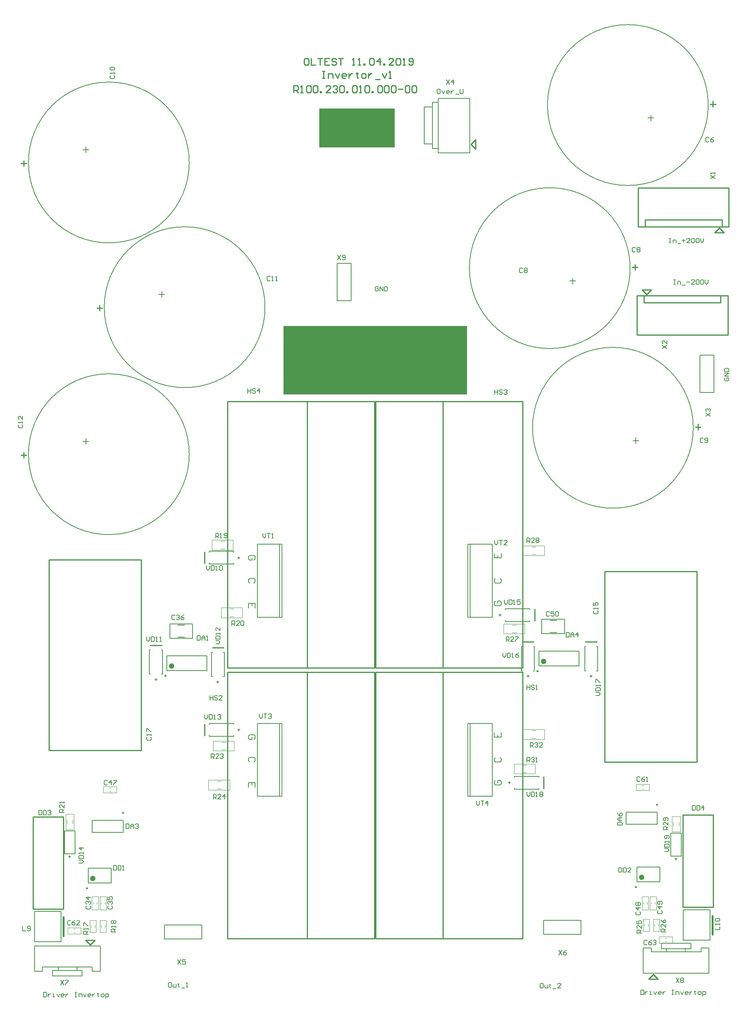
<source format=gto>
G04 Layer_Color=65535*
%FSLAX24Y24*%
%MOIN*%
G70*
G01*
G75*
%ADD58C,0.0236*%
%ADD59C,0.0098*%
%ADD60C,0.0050*%
%ADD61C,0.0080*%
%ADD62C,0.0100*%
%ADD63C,0.0079*%
%ADD64C,0.0079*%
%ADD65C,0.0060*%
%ADD66C,0.0157*%
%ADD67C,0.0039*%
%ADD68C,0.0059*%
%ADD69R,0.6496X0.3327*%
%ADD70R,1.5748X0.5906*%
D58*
X54055Y11378D02*
G03*
X54055Y11378I-118J0D01*
G01*
X7008Y11280D02*
G03*
X7008Y11280I-118J0D01*
G01*
X45650Y29882D02*
G03*
X45650Y29882I-118J0D01*
G01*
X13760Y29488D02*
G03*
X13760Y29488I-118J0D01*
G01*
D59*
X53492Y10541D02*
G03*
X53492Y10541I-49J0D01*
G01*
X6445Y10443D02*
G03*
X6445Y10443I-49J0D01*
G01*
X55305Y17598D02*
G03*
X55305Y17598I-49J0D01*
G01*
X9537Y16909D02*
G03*
X9537Y16909I-49J0D01*
G01*
X45065Y29045D02*
G03*
X45065Y29045I-49J0D01*
G01*
X13175Y28652D02*
G03*
X13175Y28652I-49J0D01*
G01*
X26576Y80458D02*
X26773D01*
X26674D01*
Y79868D01*
X26576D01*
X26773D01*
X27068D02*
Y80261D01*
X27363D01*
X27461Y80163D01*
Y79868D01*
X27658Y80261D02*
X27855Y79868D01*
X28052Y80261D01*
X28544Y79868D02*
X28347D01*
X28248Y79966D01*
Y80163D01*
X28347Y80261D01*
X28544D01*
X28642Y80163D01*
Y80065D01*
X28248D01*
X28839Y80261D02*
Y79868D01*
Y80065D01*
X28937Y80163D01*
X29036Y80261D01*
X29134D01*
X29528Y80360D02*
Y80261D01*
X29429D01*
X29626D01*
X29528D01*
Y79966D01*
X29626Y79868D01*
X30020D02*
X30216D01*
X30315Y79966D01*
Y80163D01*
X30216Y80261D01*
X30020D01*
X29921Y80163D01*
Y79966D01*
X30020Y79868D01*
X30511Y80261D02*
Y79868D01*
Y80065D01*
X30610Y80163D01*
X30708Y80261D01*
X30807D01*
X31102Y79769D02*
X31495D01*
X31692Y80261D02*
X31889Y79868D01*
X32086Y80261D01*
X32283Y79868D02*
X32479D01*
X32381D01*
Y80458D01*
X32283Y80360D01*
X24114Y78622D02*
Y79212D01*
X24409D01*
X24508Y79114D01*
Y78917D01*
X24409Y78819D01*
X24114D01*
X24311D02*
X24508Y78622D01*
X24705D02*
X24901D01*
X24803D01*
Y79212D01*
X24705Y79114D01*
X25196D02*
X25295Y79212D01*
X25492D01*
X25590Y79114D01*
Y78721D01*
X25492Y78622D01*
X25295D01*
X25196Y78721D01*
Y79114D01*
X25787D02*
X25885Y79212D01*
X26082D01*
X26180Y79114D01*
Y78721D01*
X26082Y78622D01*
X25885D01*
X25787Y78721D01*
Y79114D01*
X26377Y78622D02*
Y78721D01*
X26476D01*
Y78622D01*
X26377D01*
X27263D02*
X26869D01*
X27263Y79016D01*
Y79114D01*
X27164Y79212D01*
X26968D01*
X26869Y79114D01*
X27460D02*
X27558Y79212D01*
X27755D01*
X27853Y79114D01*
Y79016D01*
X27755Y78917D01*
X27656D01*
X27755D01*
X27853Y78819D01*
Y78721D01*
X27755Y78622D01*
X27558D01*
X27460Y78721D01*
X28050Y79114D02*
X28148Y79212D01*
X28345D01*
X28443Y79114D01*
Y78721D01*
X28345Y78622D01*
X28148D01*
X28050Y78721D01*
Y79114D01*
X28640Y78622D02*
Y78721D01*
X28739D01*
Y78622D01*
X28640D01*
X29132Y79114D02*
X29231Y79212D01*
X29427D01*
X29526Y79114D01*
Y78721D01*
X29427Y78622D01*
X29231D01*
X29132Y78721D01*
Y79114D01*
X29723Y78622D02*
X29919D01*
X29821D01*
Y79212D01*
X29723Y79114D01*
X30215D02*
X30313Y79212D01*
X30510D01*
X30608Y79114D01*
Y78721D01*
X30510Y78622D01*
X30313D01*
X30215Y78721D01*
Y79114D01*
X30805Y78622D02*
Y78721D01*
X30903D01*
Y78622D01*
X30805D01*
X31297Y79114D02*
X31395Y79212D01*
X31592D01*
X31690Y79114D01*
Y78721D01*
X31592Y78622D01*
X31395D01*
X31297Y78721D01*
Y79114D01*
X31887D02*
X31986Y79212D01*
X32182D01*
X32281Y79114D01*
Y78721D01*
X32182Y78622D01*
X31986D01*
X31887Y78721D01*
Y79114D01*
X32478D02*
X32576Y79212D01*
X32773D01*
X32871Y79114D01*
Y78721D01*
X32773Y78622D01*
X32576D01*
X32478Y78721D01*
Y79114D01*
X33068Y78917D02*
X33462D01*
X33658Y79114D02*
X33757Y79212D01*
X33954D01*
X34052Y79114D01*
Y78721D01*
X33954Y78622D01*
X33757D01*
X33658Y78721D01*
Y79114D01*
X34249D02*
X34347Y79212D01*
X34544D01*
X34642Y79114D01*
Y78721D01*
X34544Y78622D01*
X34347D01*
X34249Y78721D01*
Y79114D01*
X25297Y81574D02*
X25100D01*
X25002Y81476D01*
Y81083D01*
X25100Y80984D01*
X25297D01*
X25395Y81083D01*
Y81476D01*
X25297Y81574D01*
X25592D02*
Y80984D01*
X25985D01*
X26182Y81574D02*
X26576D01*
X26379D01*
Y80984D01*
X27166Y81574D02*
X26773D01*
Y80984D01*
X27166D01*
X26773Y81279D02*
X26969D01*
X27757Y81476D02*
X27658Y81574D01*
X27461D01*
X27363Y81476D01*
Y81378D01*
X27461Y81279D01*
X27658D01*
X27757Y81181D01*
Y81083D01*
X27658Y80984D01*
X27461D01*
X27363Y81083D01*
X27953Y81574D02*
X28347D01*
X28150D01*
Y80984D01*
X29134D02*
X29331D01*
X29232D01*
Y81574D01*
X29134Y81476D01*
X29626Y80984D02*
X29823D01*
X29724D01*
Y81574D01*
X29626Y81476D01*
X30118Y80984D02*
Y81083D01*
X30216D01*
Y80984D01*
X30118D01*
X30610Y81476D02*
X30708Y81574D01*
X30905D01*
X31004Y81476D01*
Y81083D01*
X30905Y80984D01*
X30708D01*
X30610Y81083D01*
Y81476D01*
X31495Y80984D02*
Y81574D01*
X31200Y81279D01*
X31594D01*
X31791Y80984D02*
Y81083D01*
X31889D01*
Y80984D01*
X31791D01*
X32676D02*
X32283D01*
X32676Y81378D01*
Y81476D01*
X32578Y81574D01*
X32381D01*
X32283Y81476D01*
X32873D02*
X32971Y81574D01*
X33168D01*
X33267Y81476D01*
Y81083D01*
X33168Y80984D01*
X32971D01*
X32873Y81083D01*
Y81476D01*
X33463Y80984D02*
X33660D01*
X33562D01*
Y81574D01*
X33463Y81476D01*
X33955Y81083D02*
X34054Y80984D01*
X34250D01*
X34349Y81083D01*
Y81476D01*
X34250Y81574D01*
X34054D01*
X33955Y81476D01*
Y81378D01*
X34054Y81279D01*
X34349D01*
D60*
X21654Y60236D02*
G03*
X21654Y60236I-6890J0D01*
G01*
X59646Y77559D02*
G03*
X59646Y77559I-6890J0D01*
G01*
X52953Y63583D02*
G03*
X52953Y63583I-6890J0D01*
G01*
X58366Y49902D02*
G03*
X58366Y49902I-6890J0D01*
G01*
X15157Y72638D02*
G03*
X15157Y72638I-6890J0D01*
G01*
Y47638D02*
G03*
X15157Y47638I-6890J0D01*
G01*
X36003Y74228D02*
Y77378D01*
X35303D02*
X36003D01*
X35303Y74228D02*
Y77378D01*
Y74228D02*
X36003D01*
X56447Y13189D02*
Y15157D01*
X57333D01*
Y13189D02*
Y15157D01*
X56447Y13189D02*
X57333D01*
X4478Y13386D02*
Y15354D01*
X5364D01*
Y13386D02*
Y15354D01*
X4478Y13386D02*
X5364D01*
X3448Y2933D02*
Y3406D01*
Y2933D02*
X5968D01*
Y3406D01*
X3448D02*
X5968D01*
X3931D02*
Y3681D01*
Y3406D02*
X5545D01*
Y3681D01*
X3931D02*
X5545D01*
X58166Y5256D02*
Y5728D01*
X55646D02*
X58166D01*
X55646Y5256D02*
Y5728D01*
Y5256D02*
X58166D01*
X57683Y4980D02*
Y5256D01*
X56069D02*
X57683D01*
X56069Y4980D02*
Y5256D01*
Y4980D02*
X57683D01*
X45384Y33494D02*
X47333D01*
Y32264D02*
Y33494D01*
X45384Y32264D02*
X47333D01*
X45384D02*
Y33494D01*
X13494Y33100D02*
X15443D01*
Y31870D02*
Y33100D01*
X13494Y31870D02*
X15443D01*
X13494D02*
Y33100D01*
X12545Y61340D02*
X13045D01*
X12795Y61090D02*
Y61590D01*
X54474Y76456D02*
X54974D01*
X54724Y76206D02*
Y76706D01*
X47782Y62479D02*
X48281D01*
X48032Y62229D02*
Y62729D01*
X53195Y48798D02*
X53695D01*
X53445Y48548D02*
Y49048D01*
X6049Y73741D02*
X6549D01*
X6299Y73491D02*
Y73991D01*
X6049Y48741D02*
X6549D01*
X6299Y48491D02*
Y48991D01*
D61*
X36503Y73461D02*
X39203D01*
X36503D02*
Y78128D01*
X39203D01*
Y73461D02*
Y78128D01*
X36496Y73815D02*
Y77778D01*
X36003D02*
X36496D01*
X36003Y73815D02*
Y77778D01*
Y73815D02*
X36496D01*
X58947Y52943D02*
Y56143D01*
Y52943D02*
X60147D01*
Y56143D01*
X58947D02*
X60147D01*
X13050Y7293D02*
X16250D01*
X13050Y6093D02*
Y7293D01*
Y6093D02*
X16250D01*
Y7293D01*
X29045Y60786D02*
Y63986D01*
X27845D02*
X29045D01*
X27845Y60786D02*
Y63986D01*
Y60786D02*
X29045D01*
X45530Y7687D02*
X48730D01*
X45530Y6487D02*
Y7687D01*
Y6487D02*
X48730D01*
Y7687D01*
D62*
X39311Y74199D02*
X39705Y73805D01*
Y74593D01*
X39311Y74199D02*
X39705Y74593D01*
X60071Y16143D02*
Y16743D01*
X57471D02*
X60071D01*
X57471Y8843D02*
Y16743D01*
Y8843D02*
X60071D01*
Y16143D01*
X4362Y15953D02*
Y16553D01*
X1762D02*
X4362D01*
X1762Y8653D02*
Y16553D01*
Y8653D02*
X4362D01*
Y15953D01*
X60600Y67028D02*
X60994Y66634D01*
X60207D02*
X60994D01*
X60207D02*
X60600Y67028D01*
X54252Y67126D02*
Y67717D01*
X60827D01*
Y67126D02*
Y67717D01*
X53632Y67126D02*
X61417D01*
X53632D02*
Y70472D01*
X61417D01*
Y67126D02*
Y70472D01*
X53967Y61713D02*
X54360Y61319D01*
X53967Y61713D02*
X54754D01*
X54360Y61319D02*
X54754Y61713D01*
X60709Y60630D02*
Y61220D01*
X54134Y60630D02*
X60709D01*
X54134D02*
Y61220D01*
X53543D02*
X61329D01*
Y57874D02*
Y61220D01*
X53543Y57874D02*
X61329D01*
X53543D02*
Y61220D01*
X45541Y18996D02*
Y19980D01*
X49114Y31565D02*
X50098D01*
X43701Y31565D02*
X44685D01*
X44754Y33366D02*
Y34350D01*
X16467Y23524D02*
Y24508D01*
X17126Y31073D02*
X18110D01*
X11811Y31270D02*
X12795D01*
X16467Y38287D02*
Y39272D01*
X6673Y5600D02*
X7067Y5994D01*
X6279D02*
X7067D01*
X6279D02*
X6673Y5600D01*
X54547Y2667D02*
X54941Y3061D01*
X54547Y2667D02*
X55335D01*
X54941Y3061D02*
X55335Y2667D01*
X7470Y59911D02*
Y60404D01*
X7224Y60167D02*
X7717D01*
X60049Y77392D02*
Y77884D01*
X59803Y77628D02*
X60295D01*
X53356Y63415D02*
Y63907D01*
X53110Y63652D02*
X53602D01*
X58770Y49734D02*
Y50226D01*
X58524Y49970D02*
X59016D01*
X974Y72313D02*
Y72805D01*
X728Y72569D02*
X1220D01*
X974Y47313D02*
Y47805D01*
X728Y47569D02*
X1220D01*
X31142Y6132D02*
X36900D01*
X31142D02*
Y28967D01*
X36900D01*
Y6132D02*
Y28967D01*
X43740D01*
X36909Y6132D02*
X43740D01*
Y28967D01*
X25266Y28957D02*
X31024D01*
Y6122D02*
Y28957D01*
X25266Y6122D02*
X31024D01*
X25266D02*
Y28957D01*
X18425Y6122D02*
X25266D01*
X18425Y28957D02*
X25256D01*
X18425Y6122D02*
Y28957D01*
X31142Y29331D02*
X36900D01*
X31142D02*
Y52165D01*
X36900D01*
Y29331D02*
Y52165D01*
X43740D01*
X36909Y29331D02*
X43740D01*
Y52165D01*
X25266Y52155D02*
X31024D01*
Y29321D02*
Y52155D01*
X25266Y29321D02*
X31024D01*
X25266D02*
Y52155D01*
X18425Y29321D02*
X25266D01*
X18425Y52155D02*
X25256D01*
X18425Y29321D02*
Y52155D01*
X50787Y21260D02*
X58661D01*
X50787D02*
Y37598D01*
X54527D01*
X58661D01*
Y21260D02*
Y37598D01*
X3150Y22244D02*
X11024D01*
X3150D02*
Y38583D01*
X6889D01*
X11024D01*
Y22244D02*
Y38583D01*
D63*
X55512Y10984D02*
Y12244D01*
X53543Y10984D02*
Y12244D01*
X55512D01*
X53543Y10984D02*
X55512D01*
X8465Y10886D02*
Y12146D01*
X6496Y10886D02*
Y12146D01*
X8465D01*
X6496Y10886D02*
X8465D01*
X43051Y20039D02*
X45138D01*
X43051Y18937D02*
X45138D01*
X43051Y19951D02*
Y20039D01*
X45138Y19951D02*
Y20039D01*
X43051Y18937D02*
Y19026D01*
X45138Y18937D02*
Y19026D01*
X49055Y29075D02*
Y31161D01*
X50157Y29075D02*
Y31161D01*
X49055Y29075D02*
X49144D01*
X49055Y31161D02*
X49144D01*
X50069Y29075D02*
X50157D01*
X50069Y31161D02*
X50157D01*
X43642Y29075D02*
Y31161D01*
X44744Y29075D02*
Y31161D01*
X43642Y29075D02*
X43730D01*
X43642Y31161D02*
X43730D01*
X44656Y29075D02*
X44744D01*
X44656Y31161D02*
X44744D01*
X42264Y34409D02*
X44350D01*
X42264Y33307D02*
X44350D01*
X42264Y34321D02*
Y34409D01*
X44350Y34321D02*
Y34409D01*
X42264Y33307D02*
Y33396D01*
X44350Y33307D02*
Y33396D01*
X16870Y23465D02*
X18957D01*
X16870Y24567D02*
X18957D01*
Y23465D02*
Y23553D01*
X16870Y23465D02*
Y23553D01*
X18957Y24478D02*
Y24567D01*
X16870Y24478D02*
Y24567D01*
X17067Y28583D02*
Y30669D01*
X18169Y28583D02*
Y30669D01*
X17067Y28583D02*
X17156D01*
X17067Y30669D02*
X17156D01*
X18081Y28583D02*
X18169D01*
X18081Y30669D02*
X18169D01*
X11752Y28780D02*
Y30866D01*
X12854Y28780D02*
Y30866D01*
X11752Y28780D02*
X11841D01*
X11752Y30866D02*
X11841D01*
X12766Y28780D02*
X12854D01*
X12766Y30866D02*
X12854D01*
X16870Y38228D02*
X18957D01*
X16870Y39331D02*
X18957D01*
Y38228D02*
Y38317D01*
X16870Y38228D02*
Y38317D01*
X18957Y39242D02*
Y39331D01*
X16870Y39242D02*
Y39331D01*
X52618Y15925D02*
Y16949D01*
X55256Y15925D02*
Y16949D01*
X52618Y15925D02*
X55256D01*
X52618Y16949D02*
X55256D01*
X6850Y15236D02*
Y16260D01*
X9488Y15236D02*
Y16260D01*
X6850Y15236D02*
X9488D01*
X6850Y16260D02*
X9488D01*
X46063Y32362D02*
X46654D01*
X46063Y33386D02*
X46654D01*
X14173Y31969D02*
X14764D01*
X14173Y32992D02*
X14764D01*
X39232Y33671D02*
Y39931D01*
X39035Y33671D02*
Y39931D01*
X41122Y33671D02*
Y39931D01*
X39035Y33671D02*
X41122D01*
X39035Y39931D02*
X41122D01*
X22894Y33671D02*
Y39931D01*
X23091Y33671D02*
Y39931D01*
X21004Y33671D02*
Y39931D01*
X23091D01*
X21004Y33671D02*
X23091D01*
X22894Y18317D02*
Y24577D01*
X23091Y18317D02*
Y24577D01*
X21004Y18317D02*
Y24577D01*
X23091D01*
X21004Y18317D02*
X23091D01*
X39232D02*
Y24577D01*
X39035Y18317D02*
Y24577D01*
X41122Y18317D02*
Y24577D01*
X39035Y18317D02*
X41122D01*
X39035Y24577D02*
X41122D01*
X45138Y29488D02*
X48563D01*
X45138Y30748D02*
X48563D01*
X45138Y29488D02*
Y30748D01*
X48563Y29488D02*
Y30748D01*
X13248Y29094D02*
X16673D01*
X13248Y30354D02*
X16673D01*
X13248Y29094D02*
Y30354D01*
X16673Y29094D02*
Y30354D01*
D64*
X1913Y5492D02*
X7539D01*
Y3327D02*
Y5492D01*
X6831Y3327D02*
X7539D01*
X6831D02*
Y3681D01*
X3406D02*
X6831D01*
X2573Y3681D02*
X3406Y3681D01*
X2573Y3327D02*
Y3681D01*
X1913Y3327D02*
X2573D01*
X1913D02*
Y5492D01*
X54075Y3169D02*
X59701D01*
X54075D02*
Y5335D01*
X54784D01*
Y4980D02*
Y5335D01*
Y4980D02*
X58209D01*
X59041Y4981D01*
Y5335D01*
X59701D01*
Y3169D02*
Y5335D01*
D65*
X57520Y5994D02*
X59793D01*
Y8583D01*
X57520Y5994D02*
Y8583D01*
X59793D01*
X1890Y5867D02*
X4163D01*
Y8456D01*
X1890Y5867D02*
Y8456D01*
X4163D01*
X56868Y12864D02*
Y13064D01*
X56768Y12964D02*
X56968D01*
X4899Y13061D02*
Y13261D01*
X4799Y13161D02*
X4999D01*
X42500Y19490D02*
X42700D01*
X42600Y19590D02*
Y19391D01*
X49604Y28524D02*
Y28724D01*
X49504Y28624D02*
X49704D01*
X44191Y28524D02*
Y28724D01*
X44091Y28624D02*
X44291D01*
X41713Y33861D02*
X41913D01*
X41813Y33961D02*
Y33761D01*
X19508Y24013D02*
X19308D01*
X19408Y23913D02*
Y24113D01*
X17616Y28031D02*
Y28231D01*
X17516Y28131D02*
X17716D01*
X12301Y28228D02*
Y28428D01*
X12201Y28328D02*
X12401D01*
X19508Y38777D02*
X19308D01*
X19408Y38677D02*
Y38877D01*
D66*
X60000Y6496D02*
Y8071D01*
X4370Y6369D02*
Y7944D01*
D67*
X55945Y5846D02*
X56063D01*
X55945Y6161D02*
X56063D01*
X56575Y5728D02*
Y6280D01*
X55433D02*
X56575D01*
X55433Y5728D02*
Y6280D01*
Y5728D02*
X56575D01*
X5256Y6949D02*
X5374D01*
X5256Y6634D02*
X5374D01*
X4744Y6516D02*
Y7067D01*
Y6516D02*
X5886D01*
Y7067D01*
X4744D02*
X5886D01*
X53976Y18937D02*
X54094D01*
X53976Y19252D02*
X54094D01*
X54606Y18819D02*
Y19370D01*
X53465D02*
X54606D01*
X53465Y18819D02*
Y19370D01*
Y18819D02*
X54606D01*
X55080Y9094D02*
Y9213D01*
X54765Y9094D02*
Y9213D01*
X54647Y9724D02*
X55199D01*
X54647Y8583D02*
Y9724D01*
Y8583D02*
X55199D01*
Y9724D01*
X54390Y9094D02*
Y9213D01*
X54075Y9094D02*
Y9213D01*
X53957Y9724D02*
X54508D01*
X53957Y8583D02*
Y9724D01*
Y8583D02*
X54508D01*
Y9724D01*
X8307Y18740D02*
X8425D01*
X8307Y19055D02*
X8425D01*
X8937Y18622D02*
Y19173D01*
X7795D02*
X8937D01*
X7795Y18622D02*
Y19173D01*
Y18622D02*
X8937D01*
X7933Y9094D02*
Y9213D01*
X7618Y9094D02*
Y9213D01*
X7500Y9724D02*
X8051D01*
X7500Y8583D02*
Y9724D01*
Y8583D02*
X8051D01*
Y9724D01*
X7244Y9094D02*
Y9213D01*
X6929Y9094D02*
Y9213D01*
X6811Y9724D02*
X7362D01*
X6811Y8583D02*
Y9724D01*
Y8583D02*
X7362D01*
Y9724D01*
X54951Y6762D02*
Y7805D01*
X55482D01*
Y6762D02*
Y7805D01*
X54951Y6762D02*
X55482D01*
X55049Y7244D02*
Y7323D01*
X55384Y7205D02*
Y7362D01*
X55049Y7205D02*
Y7244D01*
Y7323D02*
Y7362D01*
X54065Y6762D02*
Y7805D01*
X54596D01*
Y6762D02*
Y7805D01*
X54065Y6762D02*
X54596D01*
X54163Y7244D02*
Y7323D01*
X54498Y7205D02*
Y7362D01*
X54163Y7205D02*
Y7244D01*
Y7323D02*
Y7362D01*
X7510Y6663D02*
Y7707D01*
X8041D01*
Y6663D02*
Y7707D01*
X7510Y6663D02*
X8041D01*
X7608Y7146D02*
Y7224D01*
X7943Y7106D02*
Y7264D01*
X7608Y7106D02*
Y7146D01*
Y7224D02*
Y7264D01*
X6624Y6663D02*
Y7707D01*
X7156D01*
Y6663D02*
Y7707D01*
X6624Y6663D02*
X7156D01*
X6722Y7146D02*
Y7224D01*
X7057Y7106D02*
Y7264D01*
X6722Y7106D02*
Y7146D01*
Y7224D02*
Y7264D01*
X4665Y15984D02*
Y16299D01*
X5177Y15984D02*
Y16299D01*
X4557Y16801D02*
X5285D01*
X4557Y15482D02*
Y16801D01*
Y15482D02*
X5285D01*
Y16801D01*
X56634Y15787D02*
Y16102D01*
X57146Y15787D02*
Y16102D01*
X56526Y16604D02*
X57254D01*
X56526Y15285D02*
Y16604D01*
Y15285D02*
X57254D01*
Y16604D01*
X43780Y23199D02*
X45591D01*
X43780D02*
Y24045D01*
X45591D01*
Y23199D02*
Y24045D01*
X44508Y23947D02*
X44862D01*
X44508Y23297D02*
X44862D01*
X42992Y20246D02*
X44803D01*
X42992D02*
Y21093D01*
X44803D01*
Y20246D02*
Y21093D01*
X43720Y20994D02*
X44075D01*
X43720Y20344D02*
X44075D01*
X43780Y38947D02*
X45591D01*
X43780D02*
Y39793D01*
X45591D01*
Y38947D02*
Y39793D01*
X44508Y39695D02*
X44862D01*
X44508Y39045D02*
X44862D01*
X42106Y32254D02*
X43917D01*
X42106D02*
Y33100D01*
X43917D01*
Y32254D02*
Y33100D01*
X42835Y33002D02*
X43189D01*
X42835Y32352D02*
X43189D01*
X16811Y19715D02*
X18622D01*
Y18868D02*
Y19715D01*
X16811Y18868D02*
X18622D01*
X16811D02*
Y19715D01*
X17539Y18967D02*
X17894D01*
X17539Y19616D02*
X17894D01*
X17205Y23061D02*
X19016D01*
Y22215D02*
Y23061D01*
X17205Y22215D02*
X19016D01*
X17205D02*
Y23061D01*
X17933Y22313D02*
X18287D01*
X17933Y22963D02*
X18287D01*
X17894Y34478D02*
X19705D01*
Y33632D02*
Y34478D01*
X17894Y33632D02*
X19705D01*
X17894D02*
Y34478D01*
X18622Y33730D02*
X18976D01*
X18622Y34380D02*
X18976D01*
X17106Y40285D02*
X18917D01*
Y39439D02*
Y40285D01*
X17106Y39439D02*
X18917D01*
X17106D02*
Y40285D01*
X17835Y39537D02*
X18189D01*
X17835Y40187D02*
X18189D01*
D68*
X45431Y2287D02*
X45300D01*
X45235Y2221D01*
Y1959D01*
X45300Y1893D01*
X45431D01*
X45497Y1959D01*
Y2221D01*
X45431Y2287D01*
X45628Y2156D02*
Y1959D01*
X45694Y1893D01*
X45891D01*
Y2156D01*
X46087Y2221D02*
Y2156D01*
X46022D01*
X46153D01*
X46087D01*
Y1959D01*
X46153Y1893D01*
X46350Y1828D02*
X46612D01*
X47006Y1893D02*
X46743D01*
X47006Y2156D01*
Y2221D01*
X46940Y2287D01*
X46809D01*
X46743Y2221D01*
X31365Y61942D02*
X31299Y62008D01*
X31168D01*
X31102Y61942D01*
Y61680D01*
X31168Y61614D01*
X31299D01*
X31365Y61680D01*
Y61811D01*
X31234D01*
X31496Y61614D02*
Y62008D01*
X31758Y61614D01*
Y62008D01*
X31890D02*
Y61614D01*
X32086D01*
X32152Y61680D01*
Y61942D01*
X32086Y62008D01*
X31890D01*
X36614Y78937D02*
X36483D01*
X36417Y78871D01*
Y78609D01*
X36483Y78543D01*
X36614D01*
X36680Y78609D01*
Y78871D01*
X36614Y78937D01*
X36811Y78806D02*
X36942Y78543D01*
X37073Y78806D01*
X37401Y78543D02*
X37270D01*
X37204Y78609D01*
Y78740D01*
X37270Y78806D01*
X37401D01*
X37467Y78740D01*
Y78675D01*
X37204D01*
X37598Y78806D02*
Y78543D01*
Y78675D01*
X37664Y78740D01*
X37729Y78806D01*
X37795D01*
X37992Y78478D02*
X38254D01*
X38385Y78937D02*
Y78609D01*
X38451Y78543D01*
X38582D01*
X38648Y78609D01*
Y78937D01*
X37205Y79724D02*
X37467Y79331D01*
Y79724D02*
X37205Y79331D01*
X37795D02*
Y79724D01*
X37598Y79528D01*
X37861D01*
X56693Y62598D02*
X56824D01*
X56759D01*
Y62205D01*
X56693D01*
X56824D01*
X57021D02*
Y62467D01*
X57218D01*
X57283Y62402D01*
Y62205D01*
X57414Y62139D02*
X57677D01*
X57808Y62402D02*
X58070D01*
X58464Y62205D02*
X58202D01*
X58464Y62467D01*
Y62533D01*
X58398Y62598D01*
X58267D01*
X58202Y62533D01*
X58595D02*
X58661Y62598D01*
X58792D01*
X58858Y62533D01*
Y62270D01*
X58792Y62205D01*
X58661D01*
X58595Y62270D01*
Y62533D01*
X58989D02*
X59054Y62598D01*
X59186D01*
X59251Y62533D01*
Y62270D01*
X59186Y62205D01*
X59054D01*
X58989Y62270D01*
Y62533D01*
X59382Y62598D02*
Y62336D01*
X59514Y62205D01*
X59645Y62336D01*
Y62598D01*
X56299Y66142D02*
X56430D01*
X56365D01*
Y65748D01*
X56299D01*
X56430D01*
X56627D02*
Y66010D01*
X56824D01*
X56890Y65945D01*
Y65748D01*
X57021Y65682D02*
X57283D01*
X57414Y65945D02*
X57677D01*
X57546Y66076D02*
Y65814D01*
X58070Y65748D02*
X57808D01*
X58070Y66010D01*
Y66076D01*
X58005Y66142D01*
X57874D01*
X57808Y66076D01*
X58201D02*
X58267Y66142D01*
X58398D01*
X58464Y66076D01*
Y65814D01*
X58398Y65748D01*
X58267D01*
X58201Y65814D01*
Y66076D01*
X58595D02*
X58661Y66142D01*
X58792D01*
X58857Y66076D01*
Y65814D01*
X58792Y65748D01*
X58661D01*
X58595Y65814D01*
Y66076D01*
X58989Y66142D02*
Y65879D01*
X59120Y65748D01*
X59251Y65879D01*
Y66142D01*
X61089Y54199D02*
X61024Y54134D01*
Y54003D01*
X61089Y53937D01*
X61352D01*
X61417Y54003D01*
Y54134D01*
X61352Y54199D01*
X61221D01*
Y54068D01*
X61417Y54331D02*
X61024D01*
X61417Y54593D01*
X61024D01*
Y54724D02*
X61417D01*
Y54921D01*
X61352Y54987D01*
X61089D01*
X61024Y54921D01*
Y54724D01*
X53858Y1732D02*
Y1339D01*
X54055D01*
X54121Y1404D01*
Y1667D01*
X54055Y1732D01*
X53858D01*
X54252Y1601D02*
Y1339D01*
Y1470D01*
X54317Y1535D01*
X54383Y1601D01*
X54449D01*
X54645Y1339D02*
X54777D01*
X54711D01*
Y1601D01*
X54645D01*
X54973D02*
X55105Y1339D01*
X55236Y1601D01*
X55564Y1339D02*
X55433D01*
X55367Y1404D01*
Y1535D01*
X55433Y1601D01*
X55564D01*
X55629Y1535D01*
Y1470D01*
X55367D01*
X55761Y1601D02*
Y1339D01*
Y1470D01*
X55826Y1535D01*
X55892Y1601D01*
X55957D01*
X56548Y1732D02*
X56679D01*
X56613D01*
Y1339D01*
X56548D01*
X56679D01*
X56876D02*
Y1601D01*
X57072D01*
X57138Y1535D01*
Y1339D01*
X57269Y1601D02*
X57400Y1339D01*
X57532Y1601D01*
X57860Y1339D02*
X57728D01*
X57663Y1404D01*
Y1535D01*
X57728Y1601D01*
X57860D01*
X57925Y1535D01*
Y1470D01*
X57663D01*
X58056Y1601D02*
Y1339D01*
Y1470D01*
X58122Y1535D01*
X58188Y1601D01*
X58253D01*
X58516Y1667D02*
Y1601D01*
X58450D01*
X58581D01*
X58516D01*
Y1404D01*
X58581Y1339D01*
X58844D02*
X58975D01*
X59040Y1404D01*
Y1535D01*
X58975Y1601D01*
X58844D01*
X58778Y1535D01*
Y1404D01*
X58844Y1339D01*
X59172Y1207D02*
Y1601D01*
X59368D01*
X59434Y1535D01*
Y1404D01*
X59368Y1339D01*
X59172D01*
X2677Y1535D02*
Y1142D01*
X2874D01*
X2940Y1207D01*
Y1470D01*
X2874Y1535D01*
X2677D01*
X3071Y1404D02*
Y1142D01*
Y1273D01*
X3136Y1339D01*
X3202Y1404D01*
X3268D01*
X3464Y1142D02*
X3595D01*
X3530D01*
Y1404D01*
X3464D01*
X3792D02*
X3923Y1142D01*
X4055Y1404D01*
X4383Y1142D02*
X4251D01*
X4186Y1207D01*
Y1339D01*
X4251Y1404D01*
X4383D01*
X4448Y1339D01*
Y1273D01*
X4186D01*
X4579Y1404D02*
Y1142D01*
Y1273D01*
X4645Y1339D01*
X4711Y1404D01*
X4776D01*
X5367Y1535D02*
X5498D01*
X5432D01*
Y1142D01*
X5367D01*
X5498D01*
X5695D02*
Y1404D01*
X5891D01*
X5957Y1339D01*
Y1142D01*
X6088Y1404D02*
X6219Y1142D01*
X6351Y1404D01*
X6679Y1142D02*
X6547D01*
X6482Y1207D01*
Y1339D01*
X6547Y1404D01*
X6679D01*
X6744Y1339D01*
Y1273D01*
X6482D01*
X6875Y1404D02*
Y1142D01*
Y1273D01*
X6941Y1339D01*
X7006Y1404D01*
X7072D01*
X7334Y1470D02*
Y1404D01*
X7269D01*
X7400D01*
X7334D01*
Y1207D01*
X7400Y1142D01*
X7662D02*
X7794D01*
X7859Y1207D01*
Y1339D01*
X7794Y1404D01*
X7662D01*
X7597Y1339D01*
Y1207D01*
X7662Y1142D01*
X7990Y1011D02*
Y1404D01*
X8187D01*
X8253Y1339D01*
Y1207D01*
X8187Y1142D01*
X7990D01*
X46850Y5118D02*
X47113Y4724D01*
Y5118D02*
X46850Y4724D01*
X47506Y5118D02*
X47375Y5052D01*
X47244Y4921D01*
Y4790D01*
X47310Y4724D01*
X47441D01*
X47506Y4790D01*
Y4856D01*
X47441Y4921D01*
X47244D01*
X27867Y64683D02*
X28130Y64289D01*
Y64683D02*
X27867Y64289D01*
X28261Y64355D02*
X28326Y64289D01*
X28458D01*
X28523Y64355D01*
Y64617D01*
X28458Y64683D01*
X28326D01*
X28261Y64617D01*
Y64551D01*
X28326Y64486D01*
X28523D01*
X14173Y4331D02*
X14436Y3937D01*
Y4331D02*
X14173Y3937D01*
X14829Y4331D02*
X14567D01*
Y4134D01*
X14698Y4199D01*
X14764D01*
X14829Y4134D01*
Y4003D01*
X14764Y3937D01*
X14632D01*
X14567Y4003D01*
X55709Y56693D02*
X56102Y56955D01*
X55709D02*
X56102Y56693D01*
Y57349D02*
Y57086D01*
X55840Y57349D01*
X55774D01*
X55709Y57283D01*
Y57152D01*
X55774Y57086D01*
X59449Y50886D02*
X59843Y51148D01*
X59449D02*
X59843Y50886D01*
X59515Y51279D02*
X59449Y51345D01*
Y51476D01*
X59515Y51542D01*
X59580D01*
X59646Y51476D01*
Y51411D01*
Y51476D01*
X59711Y51542D01*
X59777D01*
X59843Y51476D01*
Y51345D01*
X59777Y51279D01*
X59843Y71260D02*
X60236Y71522D01*
X59843D02*
X60236Y71260D01*
Y71653D02*
Y71785D01*
Y71719D01*
X59843D01*
X59908Y71653D01*
X39764Y17913D02*
Y17651D01*
X39895Y17520D01*
X40026Y17651D01*
Y17913D01*
X40157D02*
X40420D01*
X40289D01*
Y17520D01*
X40748D02*
Y17913D01*
X40551Y17716D01*
X40813D01*
X21161Y25394D02*
Y25131D01*
X21293Y25000D01*
X21424Y25131D01*
Y25394D01*
X21555D02*
X21817D01*
X21686D01*
Y25000D01*
X21949Y25328D02*
X22014Y25394D01*
X22145D01*
X22211Y25328D01*
Y25262D01*
X22145Y25197D01*
X22080D01*
X22145D01*
X22211Y25131D01*
Y25066D01*
X22145Y25000D01*
X22014D01*
X21949Y25066D01*
X21457Y40846D02*
Y40584D01*
X21588Y40453D01*
X21719Y40584D01*
Y40846D01*
X21850D02*
X22113D01*
X21981D01*
Y40453D01*
X22244D02*
X22375D01*
X22309D01*
Y40846D01*
X22244Y40781D01*
X41339Y40256D02*
Y39993D01*
X41470Y39862D01*
X41601Y39993D01*
Y40256D01*
X41732D02*
X41995D01*
X41863D01*
Y39862D01*
X42388D02*
X42126D01*
X42388Y40125D01*
Y40190D01*
X42323Y40256D01*
X42191D01*
X42126Y40190D01*
X20177Y53248D02*
Y52854D01*
Y53051D01*
X20440D01*
Y53248D01*
Y52854D01*
X20833Y53182D02*
X20768Y53248D01*
X20636D01*
X20571Y53182D01*
Y53117D01*
X20636Y53051D01*
X20768D01*
X20833Y52986D01*
Y52920D01*
X20768Y52854D01*
X20636D01*
X20571Y52920D01*
X21161Y52854D02*
Y53248D01*
X20964Y53051D01*
X21227D01*
X41339Y53149D02*
Y52756D01*
Y52953D01*
X41601D01*
Y53149D01*
Y52756D01*
X41995Y53084D02*
X41929Y53149D01*
X41798D01*
X41732Y53084D01*
Y53018D01*
X41798Y52953D01*
X41929D01*
X41995Y52887D01*
Y52821D01*
X41929Y52756D01*
X41798D01*
X41732Y52821D01*
X42126Y53084D02*
X42191Y53149D01*
X42323D01*
X42388Y53084D01*
Y53018D01*
X42323Y52953D01*
X42257D01*
X42323D01*
X42388Y52887D01*
Y52821D01*
X42323Y52756D01*
X42191D01*
X42126Y52821D01*
X16929Y26968D02*
Y26575D01*
Y26772D01*
X17192D01*
Y26968D01*
Y26575D01*
X17585Y26903D02*
X17519Y26968D01*
X17388D01*
X17323Y26903D01*
Y26837D01*
X17388Y26772D01*
X17519D01*
X17585Y26706D01*
Y26640D01*
X17519Y26575D01*
X17388D01*
X17323Y26640D01*
X17979Y26575D02*
X17716D01*
X17979Y26837D01*
Y26903D01*
X17913Y26968D01*
X17782D01*
X17716Y26903D01*
X44094Y27854D02*
Y27461D01*
Y27657D01*
X44357D01*
Y27854D01*
Y27461D01*
X44750Y27789D02*
X44685Y27854D01*
X44554D01*
X44488Y27789D01*
Y27723D01*
X44554Y27657D01*
X44685D01*
X44750Y27592D01*
Y27526D01*
X44685Y27461D01*
X44554D01*
X44488Y27526D01*
X44882Y27461D02*
X45013D01*
X44947D01*
Y27854D01*
X44882Y27789D01*
X11581Y23392D02*
X11516Y23327D01*
Y23196D01*
X11581Y23130D01*
X11844D01*
X11909Y23196D01*
Y23327D01*
X11844Y23392D01*
X11909Y23523D02*
Y23655D01*
Y23589D01*
X11516D01*
X11581Y23523D01*
X11516Y23851D02*
Y24114D01*
X11581D01*
X11844Y23851D01*
X11909D01*
X49869Y34219D02*
X49803Y34153D01*
Y34022D01*
X49869Y33957D01*
X50131D01*
X50197Y34022D01*
Y34153D01*
X50131Y34219D01*
X50197Y34350D02*
Y34481D01*
Y34416D01*
X49803D01*
X49869Y34350D01*
X49803Y34941D02*
Y34678D01*
X50000D01*
X49934Y34809D01*
Y34875D01*
X50000Y34941D01*
X50131D01*
X50197Y34875D01*
Y34744D01*
X50131Y34678D01*
X558Y50164D02*
X492Y50098D01*
Y49967D01*
X558Y49902D01*
X820D01*
X886Y49967D01*
Y50098D01*
X820Y50164D01*
X886Y50295D02*
Y50426D01*
Y50361D01*
X492D01*
X558Y50295D01*
X886Y50886D02*
Y50623D01*
X623Y50886D01*
X558D01*
X492Y50820D01*
Y50689D01*
X558Y50623D01*
X8432Y80085D02*
X8366Y80020D01*
Y79888D01*
X8432Y79823D01*
X8694D01*
X8760Y79888D01*
Y80020D01*
X8694Y80085D01*
X8760Y80216D02*
Y80348D01*
Y80282D01*
X8366D01*
X8432Y80216D01*
Y80544D02*
X8366Y80610D01*
Y80741D01*
X8432Y80807D01*
X8694D01*
X8760Y80741D01*
Y80610D01*
X8694Y80544D01*
X8432D01*
X59219Y48950D02*
X59153Y49016D01*
X59022D01*
X58957Y48950D01*
Y48688D01*
X59022Y48622D01*
X59153D01*
X59219Y48688D01*
X59350D02*
X59416Y48622D01*
X59547D01*
X59613Y48688D01*
Y48950D01*
X59547Y49016D01*
X59416D01*
X59350Y48950D01*
Y48884D01*
X59416Y48819D01*
X59613D01*
X43727Y63517D02*
X43661Y63583D01*
X43530D01*
X43465Y63517D01*
Y63255D01*
X43530Y63189D01*
X43661D01*
X43727Y63255D01*
X43858Y63517D02*
X43924Y63583D01*
X44055D01*
X44121Y63517D01*
Y63451D01*
X44055Y63386D01*
X44121Y63320D01*
Y63255D01*
X44055Y63189D01*
X43924D01*
X43858Y63255D01*
Y63320D01*
X43924Y63386D01*
X43858Y63451D01*
Y63517D01*
X43924Y63386D02*
X44055D01*
X59711Y74737D02*
X59646Y74803D01*
X59514D01*
X59449Y74737D01*
Y74475D01*
X59514Y74409D01*
X59646D01*
X59711Y74475D01*
X60105Y74803D02*
X59974Y74737D01*
X59842Y74606D01*
Y74475D01*
X59908Y74409D01*
X60039D01*
X60105Y74475D01*
Y74541D01*
X60039Y74606D01*
X59842D01*
X6365Y8924D02*
X6299Y8858D01*
Y8727D01*
X6365Y8661D01*
X6627D01*
X6693Y8727D01*
Y8858D01*
X6627Y8924D01*
X6365Y9055D02*
X6299Y9121D01*
Y9252D01*
X6365Y9317D01*
X6431D01*
X6496Y9252D01*
Y9186D01*
Y9252D01*
X6562Y9317D01*
X6627D01*
X6693Y9252D01*
Y9121D01*
X6627Y9055D01*
X6693Y9645D02*
X6299D01*
X6496Y9449D01*
Y9711D01*
X8235Y8924D02*
X8169Y8858D01*
Y8727D01*
X8235Y8661D01*
X8497D01*
X8563Y8727D01*
Y8858D01*
X8497Y8924D01*
X8235Y9055D02*
X8169Y9121D01*
Y9252D01*
X8235Y9317D01*
X8301D01*
X8366Y9252D01*
Y9186D01*
Y9252D01*
X8432Y9317D01*
X8497D01*
X8563Y9252D01*
Y9121D01*
X8497Y9055D01*
X8169Y9711D02*
Y9449D01*
X8366D01*
X8301Y9580D01*
Y9645D01*
X8366Y9711D01*
X8497D01*
X8563Y9645D01*
Y9514D01*
X8497Y9449D01*
X13924Y33802D02*
X13858Y33868D01*
X13727D01*
X13661Y33802D01*
Y33540D01*
X13727Y33474D01*
X13858D01*
X13924Y33540D01*
X14055Y33802D02*
X14121Y33868D01*
X14252D01*
X14317Y33802D01*
Y33737D01*
X14252Y33671D01*
X14186D01*
X14252D01*
X14317Y33606D01*
Y33540D01*
X14252Y33474D01*
X14121D01*
X14055Y33540D01*
X14711Y33868D02*
X14580Y33802D01*
X14449Y33671D01*
Y33540D01*
X14514Y33474D01*
X14645D01*
X14711Y33540D01*
Y33606D01*
X14645Y33671D01*
X14449D01*
X8136Y19619D02*
X8071Y19685D01*
X7940D01*
X7874Y19619D01*
Y19357D01*
X7940Y19291D01*
X8071D01*
X8136Y19357D01*
X8464Y19291D02*
Y19685D01*
X8268Y19488D01*
X8530D01*
X8661Y19685D02*
X8924D01*
Y19619D01*
X8661Y19357D01*
Y19291D01*
X53511Y8432D02*
X53445Y8366D01*
Y8235D01*
X53511Y8169D01*
X53773D01*
X53839Y8235D01*
Y8366D01*
X53773Y8432D01*
X53839Y8760D02*
X53445D01*
X53642Y8563D01*
Y8825D01*
X53511Y8956D02*
X53445Y9022D01*
Y9153D01*
X53511Y9219D01*
X53576D01*
X53642Y9153D01*
X53707Y9219D01*
X53773D01*
X53839Y9153D01*
Y9022D01*
X53773Y8956D01*
X53707D01*
X53642Y9022D01*
X53576Y8956D01*
X53511D01*
X53642Y9022D02*
Y9153D01*
X55381Y8530D02*
X55315Y8464D01*
Y8333D01*
X55381Y8268D01*
X55643D01*
X55709Y8333D01*
Y8464D01*
X55643Y8530D01*
X55709Y8858D02*
X55315D01*
X55512Y8661D01*
Y8924D01*
X55643Y9055D02*
X55709Y9120D01*
Y9252D01*
X55643Y9317D01*
X55381D01*
X55315Y9252D01*
Y9120D01*
X55381Y9055D01*
X55446D01*
X55512Y9120D01*
Y9317D01*
X46030Y34088D02*
X45964Y34153D01*
X45833D01*
X45768Y34088D01*
Y33825D01*
X45833Y33760D01*
X45964D01*
X46030Y33825D01*
X46424Y34153D02*
X46161D01*
Y33957D01*
X46292Y34022D01*
X46358D01*
X46424Y33957D01*
Y33825D01*
X46358Y33760D01*
X46227D01*
X46161Y33825D01*
X46555Y34088D02*
X46620Y34153D01*
X46752D01*
X46817Y34088D01*
Y33825D01*
X46752Y33760D01*
X46620D01*
X46555Y33825D01*
Y34088D01*
X53806Y19915D02*
X53740Y19980D01*
X53609D01*
X53543Y19915D01*
Y19652D01*
X53609Y19587D01*
X53740D01*
X53806Y19652D01*
X54199Y19980D02*
X54068Y19915D01*
X53937Y19783D01*
Y19652D01*
X54002Y19587D01*
X54134D01*
X54199Y19652D01*
Y19718D01*
X54134Y19783D01*
X53937D01*
X54330Y19587D02*
X54462D01*
X54396D01*
Y19980D01*
X54330Y19915D01*
X15846Y32086D02*
Y31693D01*
X16043D01*
X16109Y31759D01*
Y32021D01*
X16043Y32086D01*
X15846D01*
X16240Y31693D02*
Y31955D01*
X16371Y32086D01*
X16502Y31955D01*
Y31693D01*
Y31890D01*
X16240D01*
X16634Y31693D02*
X16765D01*
X16699D01*
Y32086D01*
X16634Y32021D01*
X2264Y17126D02*
Y16732D01*
X2461D01*
X2526Y16798D01*
Y17060D01*
X2461Y17126D01*
X2264D01*
X2657D02*
Y16732D01*
X2854D01*
X2920Y16798D01*
Y17060D01*
X2854Y17126D01*
X2657D01*
X3051Y17060D02*
X3117Y17126D01*
X3248D01*
X3313Y17060D01*
Y16995D01*
X3248Y16929D01*
X3182D01*
X3248D01*
X3313Y16863D01*
Y16798D01*
X3248Y16732D01*
X3117D01*
X3051Y16798D01*
X9744Y15945D02*
Y15551D01*
X9941D01*
X10006Y15617D01*
Y15879D01*
X9941Y15945D01*
X9744D01*
X10138Y15551D02*
Y15814D01*
X10269Y15945D01*
X10400Y15814D01*
Y15551D01*
Y15748D01*
X10138D01*
X10531Y15879D02*
X10597Y15945D01*
X10728D01*
X10794Y15879D01*
Y15814D01*
X10728Y15748D01*
X10662D01*
X10728D01*
X10794Y15682D01*
Y15617D01*
X10728Y15551D01*
X10597D01*
X10531Y15617D01*
X47480Y32362D02*
Y31969D01*
X47677D01*
X47743Y32034D01*
Y32296D01*
X47677Y32362D01*
X47480D01*
X47874Y31969D02*
Y32231D01*
X48005Y32362D01*
X48136Y32231D01*
Y31969D01*
Y32165D01*
X47874D01*
X48464Y31969D02*
Y32362D01*
X48267Y32165D01*
X48530D01*
X58268Y17520D02*
Y17126D01*
X58464D01*
X58530Y17192D01*
Y17454D01*
X58464Y17520D01*
X58268D01*
X58661D02*
Y17126D01*
X58858D01*
X58924Y17192D01*
Y17454D01*
X58858Y17520D01*
X58661D01*
X59252Y17126D02*
Y17520D01*
X59055Y17323D01*
X59317D01*
X51870Y15846D02*
X52264D01*
Y16043D01*
X52198Y16109D01*
X51936D01*
X51870Y16043D01*
Y15846D01*
X52264Y16240D02*
X52001D01*
X51870Y16371D01*
X52001Y16502D01*
X52264D01*
X52067D01*
Y16240D01*
X51870Y16896D02*
X51936Y16765D01*
X52067Y16634D01*
X52198D01*
X52264Y16699D01*
Y16830D01*
X52198Y16896D01*
X52133D01*
X52067Y16830D01*
Y16634D01*
X8661Y12401D02*
Y12008D01*
X8858D01*
X8924Y12073D01*
Y12336D01*
X8858Y12401D01*
X8661D01*
X9055D02*
Y12008D01*
X9252D01*
X9317Y12073D01*
Y12336D01*
X9252Y12401D01*
X9055D01*
X9449Y12008D02*
X9580D01*
X9514D01*
Y12401D01*
X9449Y12336D01*
X51968Y12205D02*
Y11811D01*
X52165D01*
X52231Y11877D01*
Y12139D01*
X52165Y12205D01*
X51968D01*
X52362D02*
Y11811D01*
X52559D01*
X52624Y11877D01*
Y12139D01*
X52559Y12205D01*
X52362D01*
X53018Y11811D02*
X52756D01*
X53018Y12073D01*
Y12139D01*
X52952Y12205D01*
X52821D01*
X52756Y12139D01*
X886Y7185D02*
Y6791D01*
X1148D01*
X1279Y6857D02*
X1345Y6791D01*
X1476D01*
X1542Y6857D01*
Y7119D01*
X1476Y7185D01*
X1345D01*
X1279Y7119D01*
Y7054D01*
X1345Y6988D01*
X1542D01*
X60236Y6890D02*
X60630D01*
Y7152D01*
Y7283D02*
Y7415D01*
Y7349D01*
X60236D01*
X60302Y7283D01*
Y7611D02*
X60236Y7677D01*
Y7808D01*
X60302Y7874D01*
X60564D01*
X60630Y7808D01*
Y7677D01*
X60564Y7611D01*
X60302D01*
X6496Y6496D02*
X6102D01*
Y6693D01*
X6168Y6758D01*
X6299D01*
X6365Y6693D01*
Y6496D01*
Y6627D02*
X6496Y6758D01*
Y6890D02*
Y7021D01*
Y6955D01*
X6102D01*
X6168Y6890D01*
X6102Y7218D02*
Y7480D01*
X6168D01*
X6430Y7218D01*
X6496D01*
X8858Y6693D02*
X8465D01*
Y6890D01*
X8530Y6955D01*
X8661D01*
X8727Y6890D01*
Y6693D01*
Y6824D02*
X8858Y6955D01*
Y7086D02*
Y7218D01*
Y7152D01*
X8465D01*
X8530Y7086D01*
Y7414D02*
X8465Y7480D01*
Y7611D01*
X8530Y7677D01*
X8596D01*
X8661Y7611D01*
X8727Y7677D01*
X8793D01*
X8858Y7611D01*
Y7480D01*
X8793Y7414D01*
X8727D01*
X8661Y7480D01*
X8596Y7414D01*
X8530D01*
X8661Y7480D02*
Y7611D01*
X17421Y40453D02*
Y40846D01*
X17618D01*
X17684Y40781D01*
Y40650D01*
X17618Y40584D01*
X17421D01*
X17552D02*
X17684Y40453D01*
X17815D02*
X17946D01*
X17880D01*
Y40846D01*
X17815Y40781D01*
X18143Y40518D02*
X18208Y40453D01*
X18340D01*
X18405Y40518D01*
Y40781D01*
X18340Y40846D01*
X18208D01*
X18143Y40781D01*
Y40715D01*
X18208Y40650D01*
X18405D01*
X18799Y32972D02*
Y33366D01*
X18996D01*
X19062Y33300D01*
Y33169D01*
X18996Y33104D01*
X18799D01*
X18930D02*
X19062Y32972D01*
X19455D02*
X19193D01*
X19455Y33235D01*
Y33300D01*
X19390Y33366D01*
X19258D01*
X19193Y33300D01*
X19586D02*
X19652Y33366D01*
X19783D01*
X19849Y33300D01*
Y33038D01*
X19783Y32972D01*
X19652D01*
X19586Y33038D01*
Y33300D01*
X17028Y21555D02*
Y21949D01*
X17224D01*
X17290Y21883D01*
Y21752D01*
X17224Y21686D01*
X17028D01*
X17159D02*
X17290Y21555D01*
X17684D02*
X17421D01*
X17684Y21818D01*
Y21883D01*
X17618Y21949D01*
X17487D01*
X17421Y21883D01*
X17815D02*
X17880Y21949D01*
X18011D01*
X18077Y21883D01*
Y21818D01*
X18011Y21752D01*
X17946D01*
X18011D01*
X18077Y21686D01*
Y21621D01*
X18011Y21555D01*
X17880D01*
X17815Y21621D01*
X17224Y18110D02*
Y18504D01*
X17421D01*
X17487Y18438D01*
Y18307D01*
X17421Y18241D01*
X17224D01*
X17356D02*
X17487Y18110D01*
X17880D02*
X17618D01*
X17880Y18373D01*
Y18438D01*
X17815Y18504D01*
X17684D01*
X17618Y18438D01*
X18208Y18110D02*
Y18504D01*
X18012Y18307D01*
X18274D01*
X53937Y6594D02*
X53543D01*
Y6791D01*
X53609Y6857D01*
X53740D01*
X53806Y6791D01*
Y6594D01*
Y6726D02*
X53937Y6857D01*
Y7250D02*
Y6988D01*
X53675Y7250D01*
X53609D01*
X53543Y7185D01*
Y7054D01*
X53609Y6988D01*
X53543Y7644D02*
Y7382D01*
X53740D01*
X53675Y7513D01*
Y7578D01*
X53740Y7644D01*
X53871D01*
X53937Y7578D01*
Y7447D01*
X53871Y7382D01*
X56004Y6693D02*
X55610D01*
Y6890D01*
X55676Y6955D01*
X55807D01*
X55873Y6890D01*
Y6693D01*
Y6824D02*
X56004Y6955D01*
Y7349D02*
Y7086D01*
X55742Y7349D01*
X55676D01*
X55610Y7283D01*
Y7152D01*
X55676Y7086D01*
X55610Y7742D02*
X55676Y7611D01*
X55807Y7480D01*
X55938D01*
X56004Y7546D01*
Y7677D01*
X55938Y7742D01*
X55873D01*
X55807Y7677D01*
Y7480D01*
X42323Y31594D02*
Y31988D01*
X42520D01*
X42585Y31922D01*
Y31791D01*
X42520Y31726D01*
X42323D01*
X42454D02*
X42585Y31594D01*
X42979D02*
X42716D01*
X42979Y31857D01*
Y31922D01*
X42913Y31988D01*
X42782D01*
X42716Y31922D01*
X43110Y31988D02*
X43372D01*
Y31922D01*
X43110Y31660D01*
Y31594D01*
X44094Y40059D02*
Y40453D01*
X44291D01*
X44357Y40387D01*
Y40256D01*
X44291Y40190D01*
X44094D01*
X44226D02*
X44357Y40059D01*
X44750D02*
X44488D01*
X44750Y40321D01*
Y40387D01*
X44685Y40453D01*
X44554D01*
X44488Y40387D01*
X44882D02*
X44947Y40453D01*
X45078D01*
X45144Y40387D01*
Y40321D01*
X45078Y40256D01*
X45144Y40190D01*
Y40125D01*
X45078Y40059D01*
X44947D01*
X44882Y40125D01*
Y40190D01*
X44947Y40256D01*
X44882Y40321D01*
Y40387D01*
X44947Y40256D02*
X45078D01*
X56201Y15453D02*
X55807D01*
Y15650D01*
X55873Y15715D01*
X56004D01*
X56070Y15650D01*
Y15453D01*
Y15584D02*
X56201Y15715D01*
Y16109D02*
Y15846D01*
X55938Y16109D01*
X55873D01*
X55807Y16043D01*
Y15912D01*
X55873Y15846D01*
X56135Y16240D02*
X56201Y16306D01*
Y16437D01*
X56135Y16502D01*
X55873D01*
X55807Y16437D01*
Y16306D01*
X55873Y16240D01*
X55938D01*
X56004Y16306D01*
Y16502D01*
X44094Y21260D02*
Y21653D01*
X44291D01*
X44357Y21588D01*
Y21457D01*
X44291Y21391D01*
X44094D01*
X44226D02*
X44357Y21260D01*
X44488Y21588D02*
X44554Y21653D01*
X44685D01*
X44750Y21588D01*
Y21522D01*
X44685Y21457D01*
X44619D01*
X44685D01*
X44750Y21391D01*
Y21325D01*
X44685Y21260D01*
X44554D01*
X44488Y21325D01*
X44882Y21260D02*
X45013D01*
X44947D01*
Y21653D01*
X44882Y21588D01*
X44390Y22539D02*
Y22933D01*
X44587D01*
X44652Y22867D01*
Y22736D01*
X44587Y22671D01*
X44390D01*
X44521D02*
X44652Y22539D01*
X44783Y22867D02*
X44849Y22933D01*
X44980D01*
X45046Y22867D01*
Y22802D01*
X44980Y22736D01*
X44915D01*
X44980D01*
X45046Y22671D01*
Y22605D01*
X44980Y22539D01*
X44849D01*
X44783Y22605D01*
X45439Y22539D02*
X45177D01*
X45439Y22802D01*
Y22867D01*
X45374Y22933D01*
X45243D01*
X45177Y22867D01*
X16634Y38090D02*
Y37828D01*
X16765Y37697D01*
X16896Y37828D01*
Y38090D01*
X17027D02*
Y37697D01*
X17224D01*
X17290Y37762D01*
Y38025D01*
X17224Y38090D01*
X17027D01*
X17421Y37697D02*
X17552D01*
X17487D01*
Y38090D01*
X17421Y38025D01*
X17749D02*
X17815Y38090D01*
X17946D01*
X18011Y38025D01*
Y37762D01*
X17946Y37697D01*
X17815D01*
X17749Y37762D01*
Y38025D01*
X11516Y31988D02*
Y31726D01*
X11647Y31594D01*
X11778Y31726D01*
Y31988D01*
X11909D02*
Y31594D01*
X12106D01*
X12172Y31660D01*
Y31922D01*
X12106Y31988D01*
X11909D01*
X12303Y31594D02*
X12434D01*
X12368D01*
Y31988D01*
X12303Y31922D01*
X12631Y31594D02*
X12762D01*
X12696D01*
Y31988D01*
X12631Y31922D01*
X17421Y31398D02*
X17684D01*
X17815Y31529D01*
X17684Y31660D01*
X17421D01*
Y31791D02*
X17815D01*
Y31988D01*
X17749Y32054D01*
X17487D01*
X17421Y31988D01*
Y31791D01*
X17815Y32185D02*
Y32316D01*
Y32250D01*
X17421D01*
X17487Y32185D01*
X17815Y32775D02*
Y32513D01*
X17553Y32775D01*
X17487D01*
X17421Y32710D01*
Y32578D01*
X17487Y32513D01*
X16476Y25328D02*
Y25066D01*
X16607Y24935D01*
X16739Y25066D01*
Y25328D01*
X16870D02*
Y24935D01*
X17067D01*
X17132Y25000D01*
Y25263D01*
X17067Y25328D01*
X16870D01*
X17263Y24935D02*
X17395D01*
X17329D01*
Y25328D01*
X17263Y25263D01*
X17591D02*
X17657Y25328D01*
X17788D01*
X17854Y25263D01*
Y25197D01*
X17788Y25132D01*
X17723D01*
X17788D01*
X17854Y25066D01*
Y25000D01*
X17788Y24935D01*
X17657D01*
X17591Y25000D01*
X5709Y12598D02*
X5971D01*
X6102Y12730D01*
X5971Y12861D01*
X5709D01*
Y12992D02*
X6102D01*
Y13189D01*
X6037Y13254D01*
X5774D01*
X5709Y13189D01*
Y12992D01*
X6102Y13386D02*
Y13517D01*
Y13451D01*
X5709D01*
X5774Y13386D01*
X6102Y13910D02*
X5709D01*
X5906Y13714D01*
Y13976D01*
X42165Y35157D02*
Y34895D01*
X42297Y34764D01*
X42428Y34895D01*
Y35157D01*
X42559D02*
Y34764D01*
X42756D01*
X42821Y34829D01*
Y35092D01*
X42756Y35157D01*
X42559D01*
X42952Y34764D02*
X43084D01*
X43018D01*
Y35157D01*
X42952Y35092D01*
X43543Y35157D02*
X43280D01*
Y34961D01*
X43412Y35026D01*
X43477D01*
X43543Y34961D01*
Y34829D01*
X43477Y34764D01*
X43346D01*
X43280Y34829D01*
X42028Y30610D02*
Y30348D01*
X42159Y30217D01*
X42290Y30348D01*
Y30610D01*
X42421D02*
Y30217D01*
X42618D01*
X42684Y30282D01*
Y30545D01*
X42618Y30610D01*
X42421D01*
X42815Y30217D02*
X42946D01*
X42880D01*
Y30610D01*
X42815Y30545D01*
X43405Y30610D02*
X43274Y30545D01*
X43143Y30413D01*
Y30282D01*
X43208Y30217D01*
X43339D01*
X43405Y30282D01*
Y30348D01*
X43339Y30413D01*
X43143D01*
X50000Y26969D02*
X50263D01*
X50394Y27100D01*
X50263Y27231D01*
X50000D01*
Y27362D02*
X50394D01*
Y27559D01*
X50328Y27624D01*
X50066D01*
X50000Y27559D01*
Y27362D01*
X50394Y27756D02*
Y27887D01*
Y27821D01*
X50000D01*
X50066Y27756D01*
X50000Y28084D02*
Y28346D01*
X50066D01*
X50328Y28084D01*
X50394D01*
X44094Y18701D02*
Y18438D01*
X44226Y18307D01*
X44357Y18438D01*
Y18701D01*
X44488D02*
Y18307D01*
X44685D01*
X44750Y18373D01*
Y18635D01*
X44685Y18701D01*
X44488D01*
X44882Y18307D02*
X45013D01*
X44947D01*
Y18701D01*
X44882Y18635D01*
X45210D02*
X45275Y18701D01*
X45406D01*
X45472Y18635D01*
Y18569D01*
X45406Y18504D01*
X45472Y18438D01*
Y18373D01*
X45406Y18307D01*
X45275D01*
X45210Y18373D01*
Y18438D01*
X45275Y18504D01*
X45210Y18569D01*
Y18635D01*
X45275Y18504D02*
X45406D01*
X55906Y13583D02*
X56168D01*
X56299Y13714D01*
X56168Y13845D01*
X55906D01*
Y13976D02*
X56299D01*
Y14173D01*
X56234Y14239D01*
X55971D01*
X55906Y14173D01*
Y13976D01*
X56299Y14370D02*
Y14501D01*
Y14435D01*
X55906D01*
X55971Y14370D01*
X56234Y14698D02*
X56299Y14763D01*
Y14895D01*
X56234Y14960D01*
X55971D01*
X55906Y14895D01*
Y14763D01*
X55971Y14698D01*
X56037D01*
X56102Y14763D01*
Y14960D01*
X56890Y2756D02*
X57152Y2362D01*
Y2756D02*
X56890Y2362D01*
X57283Y2690D02*
X57349Y2756D01*
X57480D01*
X57546Y2690D01*
Y2625D01*
X57480Y2559D01*
X57546Y2493D01*
Y2428D01*
X57480Y2362D01*
X57349D01*
X57283Y2428D01*
Y2493D01*
X57349Y2559D01*
X57283Y2625D01*
Y2690D01*
X57349Y2559D02*
X57480D01*
X4987Y7611D02*
X4921Y7677D01*
X4790D01*
X4724Y7611D01*
Y7349D01*
X4790Y7283D01*
X4921D01*
X4987Y7349D01*
X5380Y7677D02*
X5249Y7611D01*
X5118Y7480D01*
Y7349D01*
X5184Y7283D01*
X5315D01*
X5380Y7349D01*
Y7415D01*
X5315Y7480D01*
X5118D01*
X5774Y7283D02*
X5512D01*
X5774Y7546D01*
Y7611D01*
X5708Y7677D01*
X5577D01*
X5512Y7611D01*
X54396Y5938D02*
X54331Y6004D01*
X54199D01*
X54134Y5938D01*
Y5676D01*
X54199Y5610D01*
X54331D01*
X54396Y5676D01*
X54790Y6004D02*
X54659Y5938D01*
X54527Y5807D01*
Y5676D01*
X54593Y5610D01*
X54724D01*
X54790Y5676D01*
Y5741D01*
X54724Y5807D01*
X54527D01*
X54921Y5938D02*
X54987Y6004D01*
X55118D01*
X55183Y5938D01*
Y5873D01*
X55118Y5807D01*
X55052D01*
X55118D01*
X55183Y5741D01*
Y5676D01*
X55118Y5610D01*
X54987D01*
X54921Y5676D01*
X4134Y2559D02*
X4396Y2165D01*
Y2559D02*
X4134Y2165D01*
X4527Y2559D02*
X4790D01*
Y2493D01*
X4527Y2231D01*
Y2165D01*
X4429Y16929D02*
X4036D01*
Y17126D01*
X4101Y17192D01*
X4232D01*
X4298Y17126D01*
Y16929D01*
Y17060D02*
X4429Y17192D01*
Y17585D02*
Y17323D01*
X4167Y17585D01*
X4101D01*
X4036Y17519D01*
Y17388D01*
X4101Y17323D01*
X4429Y17716D02*
Y17847D01*
Y17782D01*
X4036D01*
X4101Y17716D01*
X22113Y62828D02*
X22047Y62894D01*
X21916D01*
X21850Y62828D01*
Y62566D01*
X21916Y62500D01*
X22047D01*
X22113Y62566D01*
X22244Y62500D02*
X22375D01*
X22310D01*
Y62894D01*
X22244Y62828D01*
X22572Y62500D02*
X22703D01*
X22638D01*
Y62894D01*
X22572Y62828D01*
X53412Y65289D02*
X53346Y65354D01*
X53215D01*
X53150Y65289D01*
Y65026D01*
X53215Y64961D01*
X53346D01*
X53412Y65026D01*
X53543Y65289D02*
X53609Y65354D01*
X53740D01*
X53806Y65289D01*
Y65223D01*
X53740Y65157D01*
X53806Y65092D01*
Y65026D01*
X53740Y64961D01*
X53609D01*
X53543Y65026D01*
Y65092D01*
X53609Y65157D01*
X53543Y65223D01*
Y65289D01*
X53609Y65157D02*
X53740D01*
X41408Y35049D02*
X41309Y34951D01*
Y34754D01*
X41408Y34655D01*
X41801D01*
X41900Y34754D01*
Y34951D01*
X41801Y35049D01*
X41604D01*
Y34852D01*
X41408Y36995D02*
X41309Y36896D01*
Y36700D01*
X41408Y36601D01*
X41801D01*
X41900Y36700D01*
Y36896D01*
X41801Y36995D01*
X41309Y39140D02*
Y38747D01*
X41900D01*
Y39140D01*
X41604Y38747D02*
Y38944D01*
X20718Y38553D02*
X20817Y38652D01*
Y38848D01*
X20718Y38947D01*
X20325D01*
X20226Y38848D01*
Y38652D01*
X20325Y38553D01*
X20522D01*
Y38750D01*
X20718Y36608D02*
X20817Y36706D01*
Y36903D01*
X20718Y37001D01*
X20325D01*
X20226Y36903D01*
Y36706D01*
X20325Y36608D01*
X20817Y34462D02*
Y34855D01*
X20226D01*
Y34462D01*
X20522Y34855D02*
Y34659D01*
X20718Y23199D02*
X20817Y23297D01*
Y23494D01*
X20718Y23593D01*
X20325D01*
X20226Y23494D01*
Y23297D01*
X20325Y23199D01*
X20522D01*
Y23396D01*
X20718Y21253D02*
X20817Y21352D01*
Y21548D01*
X20718Y21647D01*
X20325D01*
X20226Y21548D01*
Y21352D01*
X20325Y21253D01*
X20817Y19108D02*
Y19501D01*
X20226D01*
Y19108D01*
X20522Y19501D02*
Y19304D01*
X41408Y19695D02*
X41309Y19596D01*
Y19400D01*
X41408Y19301D01*
X41801D01*
X41900Y19400D01*
Y19596D01*
X41801Y19695D01*
X41604D01*
Y19498D01*
X41408Y21640D02*
X41309Y21542D01*
Y21345D01*
X41408Y21247D01*
X41801D01*
X41900Y21345D01*
Y21542D01*
X41801Y21640D01*
X41309Y23786D02*
Y23393D01*
X41900D01*
Y23786D01*
X41604Y23393D02*
Y23589D01*
X13583Y2362D02*
X13451D01*
X13386Y2296D01*
Y2034D01*
X13451Y1969D01*
X13583D01*
X13648Y2034D01*
Y2296D01*
X13583Y2362D01*
X13779Y2231D02*
Y2034D01*
X13845Y1969D01*
X14042D01*
Y2231D01*
X14239Y2296D02*
Y2231D01*
X14173D01*
X14304D01*
X14239D01*
Y2034D01*
X14304Y1969D01*
X14501Y1903D02*
X14763D01*
X14895Y1969D02*
X15026D01*
X14960D01*
Y2362D01*
X14895Y2296D01*
D69*
X29528Y75581D02*
D03*
D70*
X31102Y55709D02*
D03*
M02*

</source>
